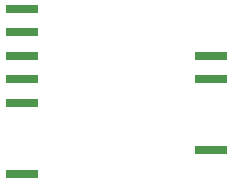
<source format=gbr>
G04 DipTrace 3.0.0.2*
G04 TopPaste.gbr*
%MOIN*%
G04 #@! TF.FileFunction,Paste,Top*
G04 #@! TF.Part,Single*
%ADD27R,0.110079X0.031339*%
%FSLAX26Y26*%
G04*
G70*
G90*
G75*
G01*
G04 TopPaste*
%LPD*%
D27*
X577822Y677236D3*
Y755976D3*
Y834717D3*
Y913457D3*
Y992197D3*
Y441016D3*
X1207743Y519756D3*
Y755976D3*
Y834717D3*
M02*

</source>
